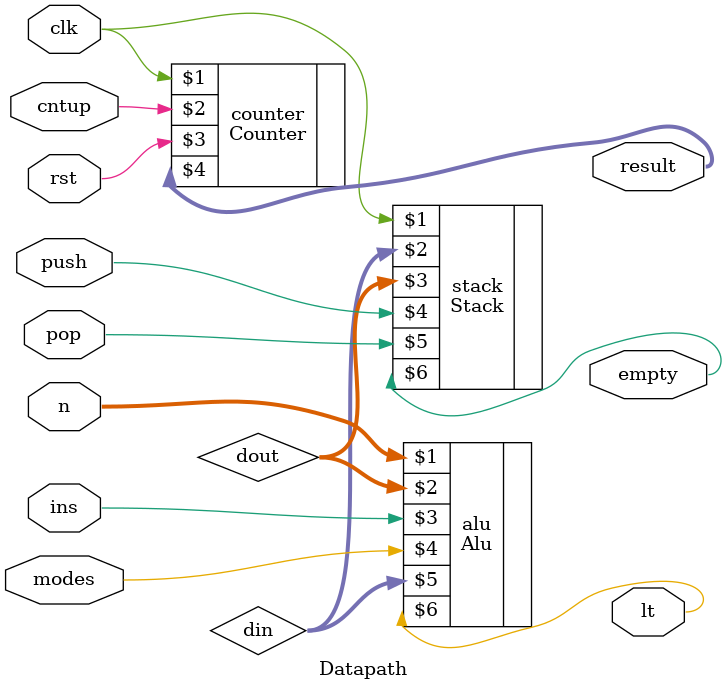
<source format=v>
`timescale 1ns/1ns
module Datapath(clk, rst, cntup, pop, push, ins, modes, n, lt, empty, result);

input clk, rst, cntup, pop, push, ins, modes;
input [2:0] n;

output lt, empty;
output [4:0] result;

wire [2:0] dout, din;

Stack #(3) stack(clk, din, dout, push, pop, empty);

Alu alu(n, dout, ins, modes, din, lt);

Counter counter(clk, cntup, rst, result);

endmodule
</source>
